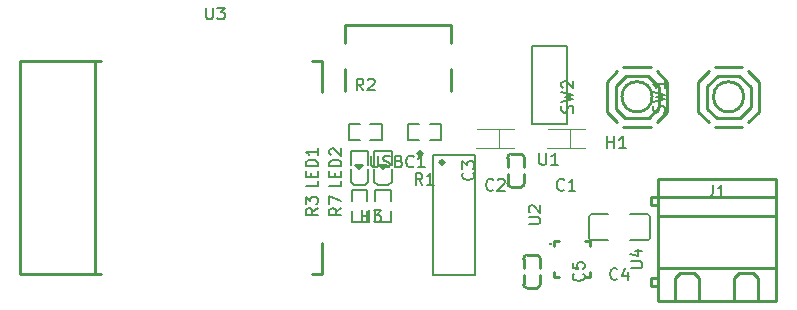
<source format=gto>
G04 #@! TF.GenerationSoftware,KiCad,Pcbnew,8.0.7-8.0.7-0~ubuntu22.04.1*
G04 #@! TF.CreationDate,2024-12-31T16:15:11+01:00*
G04 #@! TF.ProjectId,kicad_makespace_tutorial,6b696361-645f-46d6-916b-657370616365,rev?*
G04 #@! TF.SameCoordinates,Original*
G04 #@! TF.FileFunction,Legend,Top*
G04 #@! TF.FilePolarity,Positive*
%FSLAX46Y46*%
G04 Gerber Fmt 4.6, Leading zero omitted, Abs format (unit mm)*
G04 Created by KiCad (PCBNEW 8.0.7-8.0.7-0~ubuntu22.04.1) date 2024-12-31 16:15:11*
%MOMM*%
%LPD*%
G01*
G04 APERTURE LIST*
%ADD10C,0.150000*%
%ADD11C,0.250000*%
%ADD12C,0.080000*%
%ADD13C,0.300000*%
G04 APERTURE END LIST*
D10*
X58916666Y-12454819D02*
X58916666Y-13169104D01*
X58916666Y-13169104D02*
X58869047Y-13311961D01*
X58869047Y-13311961D02*
X58773809Y-13407200D01*
X58773809Y-13407200D02*
X58630952Y-13454819D01*
X58630952Y-13454819D02*
X58535714Y-13454819D01*
X59916666Y-13454819D02*
X59345238Y-13454819D01*
X59630952Y-13454819D02*
X59630952Y-12454819D01*
X59630952Y-12454819D02*
X59535714Y-12597676D01*
X59535714Y-12597676D02*
X59440476Y-12692914D01*
X59440476Y-12692914D02*
X59345238Y-12740533D01*
X27454819Y-14416666D02*
X26978628Y-14749999D01*
X27454819Y-14988094D02*
X26454819Y-14988094D01*
X26454819Y-14988094D02*
X26454819Y-14607142D01*
X26454819Y-14607142D02*
X26502438Y-14511904D01*
X26502438Y-14511904D02*
X26550057Y-14464285D01*
X26550057Y-14464285D02*
X26645295Y-14416666D01*
X26645295Y-14416666D02*
X26788152Y-14416666D01*
X26788152Y-14416666D02*
X26883390Y-14464285D01*
X26883390Y-14464285D02*
X26931009Y-14511904D01*
X26931009Y-14511904D02*
X26978628Y-14607142D01*
X26978628Y-14607142D02*
X26978628Y-14988094D01*
X26454819Y-14083332D02*
X26454819Y-13416666D01*
X26454819Y-13416666D02*
X27454819Y-13845237D01*
X49988095Y-9354819D02*
X49988095Y-8354819D01*
X49988095Y-8831009D02*
X50559523Y-8831009D01*
X50559523Y-9354819D02*
X50559523Y-8354819D01*
X51559523Y-9354819D02*
X50988095Y-9354819D01*
X51273809Y-9354819D02*
X51273809Y-8354819D01*
X51273809Y-8354819D02*
X51178571Y-8497676D01*
X51178571Y-8497676D02*
X51083333Y-8592914D01*
X51083333Y-8592914D02*
X50988095Y-8640533D01*
X54807200Y-6333332D02*
X54854819Y-6190475D01*
X54854819Y-6190475D02*
X54854819Y-5952380D01*
X54854819Y-5952380D02*
X54807200Y-5857142D01*
X54807200Y-5857142D02*
X54759580Y-5809523D01*
X54759580Y-5809523D02*
X54664342Y-5761904D01*
X54664342Y-5761904D02*
X54569104Y-5761904D01*
X54569104Y-5761904D02*
X54473866Y-5809523D01*
X54473866Y-5809523D02*
X54426247Y-5857142D01*
X54426247Y-5857142D02*
X54378628Y-5952380D01*
X54378628Y-5952380D02*
X54331009Y-6142856D01*
X54331009Y-6142856D02*
X54283390Y-6238094D01*
X54283390Y-6238094D02*
X54235771Y-6285713D01*
X54235771Y-6285713D02*
X54140533Y-6333332D01*
X54140533Y-6333332D02*
X54045295Y-6333332D01*
X54045295Y-6333332D02*
X53950057Y-6285713D01*
X53950057Y-6285713D02*
X53902438Y-6238094D01*
X53902438Y-6238094D02*
X53854819Y-6142856D01*
X53854819Y-6142856D02*
X53854819Y-5904761D01*
X53854819Y-5904761D02*
X53902438Y-5761904D01*
X53854819Y-5428570D02*
X54854819Y-5190475D01*
X54854819Y-5190475D02*
X54140533Y-4999999D01*
X54140533Y-4999999D02*
X54854819Y-4809523D01*
X54854819Y-4809523D02*
X53854819Y-4571428D01*
X54854819Y-3666666D02*
X54854819Y-4238094D01*
X54854819Y-3952380D02*
X53854819Y-3952380D01*
X53854819Y-3952380D02*
X53997676Y-4047618D01*
X53997676Y-4047618D02*
X54092914Y-4142856D01*
X54092914Y-4142856D02*
X54140533Y-4238094D01*
X16015595Y2545181D02*
X16015595Y1735658D01*
X16015595Y1735658D02*
X16063214Y1640420D01*
X16063214Y1640420D02*
X16110833Y1592800D01*
X16110833Y1592800D02*
X16206071Y1545181D01*
X16206071Y1545181D02*
X16396547Y1545181D01*
X16396547Y1545181D02*
X16491785Y1592800D01*
X16491785Y1592800D02*
X16539404Y1640420D01*
X16539404Y1640420D02*
X16587023Y1735658D01*
X16587023Y1735658D02*
X16587023Y2545181D01*
X16967976Y2545181D02*
X17587023Y2545181D01*
X17587023Y2545181D02*
X17253690Y2164229D01*
X17253690Y2164229D02*
X17396547Y2164229D01*
X17396547Y2164229D02*
X17491785Y2116610D01*
X17491785Y2116610D02*
X17539404Y2068991D01*
X17539404Y2068991D02*
X17587023Y1973753D01*
X17587023Y1973753D02*
X17587023Y1735658D01*
X17587023Y1735658D02*
X17539404Y1640420D01*
X17539404Y1640420D02*
X17491785Y1592800D01*
X17491785Y1592800D02*
X17396547Y1545181D01*
X17396547Y1545181D02*
X17110833Y1545181D01*
X17110833Y1545181D02*
X17015595Y1592800D01*
X17015595Y1592800D02*
X16967976Y1640420D01*
X38609580Y-11416666D02*
X38657200Y-11464285D01*
X38657200Y-11464285D02*
X38704819Y-11607142D01*
X38704819Y-11607142D02*
X38704819Y-11702380D01*
X38704819Y-11702380D02*
X38657200Y-11845237D01*
X38657200Y-11845237D02*
X38561961Y-11940475D01*
X38561961Y-11940475D02*
X38466723Y-11988094D01*
X38466723Y-11988094D02*
X38276247Y-12035713D01*
X38276247Y-12035713D02*
X38133390Y-12035713D01*
X38133390Y-12035713D02*
X37942914Y-11988094D01*
X37942914Y-11988094D02*
X37847676Y-11940475D01*
X37847676Y-11940475D02*
X37752438Y-11845237D01*
X37752438Y-11845237D02*
X37704819Y-11702380D01*
X37704819Y-11702380D02*
X37704819Y-11607142D01*
X37704819Y-11607142D02*
X37752438Y-11464285D01*
X37752438Y-11464285D02*
X37800057Y-11416666D01*
X37704819Y-11083332D02*
X37704819Y-10464285D01*
X37704819Y-10464285D02*
X38085771Y-10797618D01*
X38085771Y-10797618D02*
X38085771Y-10654761D01*
X38085771Y-10654761D02*
X38133390Y-10559523D01*
X38133390Y-10559523D02*
X38181009Y-10511904D01*
X38181009Y-10511904D02*
X38276247Y-10464285D01*
X38276247Y-10464285D02*
X38514342Y-10464285D01*
X38514342Y-10464285D02*
X38609580Y-10511904D01*
X38609580Y-10511904D02*
X38657200Y-10559523D01*
X38657200Y-10559523D02*
X38704819Y-10654761D01*
X38704819Y-10654761D02*
X38704819Y-10940475D01*
X38704819Y-10940475D02*
X38657200Y-11035713D01*
X38657200Y-11035713D02*
X38609580Y-11083332D01*
X50843333Y-20409580D02*
X50795714Y-20457200D01*
X50795714Y-20457200D02*
X50652857Y-20504819D01*
X50652857Y-20504819D02*
X50557619Y-20504819D01*
X50557619Y-20504819D02*
X50414762Y-20457200D01*
X50414762Y-20457200D02*
X50319524Y-20361961D01*
X50319524Y-20361961D02*
X50271905Y-20266723D01*
X50271905Y-20266723D02*
X50224286Y-20076247D01*
X50224286Y-20076247D02*
X50224286Y-19933390D01*
X50224286Y-19933390D02*
X50271905Y-19742914D01*
X50271905Y-19742914D02*
X50319524Y-19647676D01*
X50319524Y-19647676D02*
X50414762Y-19552438D01*
X50414762Y-19552438D02*
X50557619Y-19504819D01*
X50557619Y-19504819D02*
X50652857Y-19504819D01*
X50652857Y-19504819D02*
X50795714Y-19552438D01*
X50795714Y-19552438D02*
X50843333Y-19600057D01*
X51700476Y-19838152D02*
X51700476Y-20504819D01*
X51462381Y-19457200D02*
X51224286Y-20171485D01*
X51224286Y-20171485D02*
X51843333Y-20171485D01*
X25454819Y-14416666D02*
X24978628Y-14749999D01*
X25454819Y-14988094D02*
X24454819Y-14988094D01*
X24454819Y-14988094D02*
X24454819Y-14607142D01*
X24454819Y-14607142D02*
X24502438Y-14511904D01*
X24502438Y-14511904D02*
X24550057Y-14464285D01*
X24550057Y-14464285D02*
X24645295Y-14416666D01*
X24645295Y-14416666D02*
X24788152Y-14416666D01*
X24788152Y-14416666D02*
X24883390Y-14464285D01*
X24883390Y-14464285D02*
X24931009Y-14511904D01*
X24931009Y-14511904D02*
X24978628Y-14607142D01*
X24978628Y-14607142D02*
X24978628Y-14988094D01*
X24454819Y-14083332D02*
X24454819Y-13464285D01*
X24454819Y-13464285D02*
X24835771Y-13797618D01*
X24835771Y-13797618D02*
X24835771Y-13654761D01*
X24835771Y-13654761D02*
X24883390Y-13559523D01*
X24883390Y-13559523D02*
X24931009Y-13511904D01*
X24931009Y-13511904D02*
X25026247Y-13464285D01*
X25026247Y-13464285D02*
X25264342Y-13464285D01*
X25264342Y-13464285D02*
X25359580Y-13511904D01*
X25359580Y-13511904D02*
X25407200Y-13559523D01*
X25407200Y-13559523D02*
X25454819Y-13654761D01*
X25454819Y-13654761D02*
X25454819Y-13940475D01*
X25454819Y-13940475D02*
X25407200Y-14035713D01*
X25407200Y-14035713D02*
X25359580Y-14083332D01*
X34333333Y-12454819D02*
X34000000Y-11978628D01*
X33761905Y-12454819D02*
X33761905Y-11454819D01*
X33761905Y-11454819D02*
X34142857Y-11454819D01*
X34142857Y-11454819D02*
X34238095Y-11502438D01*
X34238095Y-11502438D02*
X34285714Y-11550057D01*
X34285714Y-11550057D02*
X34333333Y-11645295D01*
X34333333Y-11645295D02*
X34333333Y-11788152D01*
X34333333Y-11788152D02*
X34285714Y-11883390D01*
X34285714Y-11883390D02*
X34238095Y-11931009D01*
X34238095Y-11931009D02*
X34142857Y-11978628D01*
X34142857Y-11978628D02*
X33761905Y-11978628D01*
X35285714Y-12454819D02*
X34714286Y-12454819D01*
X35000000Y-12454819D02*
X35000000Y-11454819D01*
X35000000Y-11454819D02*
X34904762Y-11597676D01*
X34904762Y-11597676D02*
X34809524Y-11692914D01*
X34809524Y-11692914D02*
X34714286Y-11740533D01*
X29333333Y-4454819D02*
X29000000Y-3978628D01*
X28761905Y-4454819D02*
X28761905Y-3454819D01*
X28761905Y-3454819D02*
X29142857Y-3454819D01*
X29142857Y-3454819D02*
X29238095Y-3502438D01*
X29238095Y-3502438D02*
X29285714Y-3550057D01*
X29285714Y-3550057D02*
X29333333Y-3645295D01*
X29333333Y-3645295D02*
X29333333Y-3788152D01*
X29333333Y-3788152D02*
X29285714Y-3883390D01*
X29285714Y-3883390D02*
X29238095Y-3931009D01*
X29238095Y-3931009D02*
X29142857Y-3978628D01*
X29142857Y-3978628D02*
X28761905Y-3978628D01*
X29714286Y-3550057D02*
X29761905Y-3502438D01*
X29761905Y-3502438D02*
X29857143Y-3454819D01*
X29857143Y-3454819D02*
X30095238Y-3454819D01*
X30095238Y-3454819D02*
X30190476Y-3502438D01*
X30190476Y-3502438D02*
X30238095Y-3550057D01*
X30238095Y-3550057D02*
X30285714Y-3645295D01*
X30285714Y-3645295D02*
X30285714Y-3740533D01*
X30285714Y-3740533D02*
X30238095Y-3883390D01*
X30238095Y-3883390D02*
X29666667Y-4454819D01*
X29666667Y-4454819D02*
X30285714Y-4454819D01*
X27454819Y-12119047D02*
X27454819Y-12595237D01*
X27454819Y-12595237D02*
X26454819Y-12595237D01*
X26931009Y-11785713D02*
X26931009Y-11452380D01*
X27454819Y-11309523D02*
X27454819Y-11785713D01*
X27454819Y-11785713D02*
X26454819Y-11785713D01*
X26454819Y-11785713D02*
X26454819Y-11309523D01*
X27454819Y-10880951D02*
X26454819Y-10880951D01*
X26454819Y-10880951D02*
X26454819Y-10642856D01*
X26454819Y-10642856D02*
X26502438Y-10499999D01*
X26502438Y-10499999D02*
X26597676Y-10404761D01*
X26597676Y-10404761D02*
X26692914Y-10357142D01*
X26692914Y-10357142D02*
X26883390Y-10309523D01*
X26883390Y-10309523D02*
X27026247Y-10309523D01*
X27026247Y-10309523D02*
X27216723Y-10357142D01*
X27216723Y-10357142D02*
X27311961Y-10404761D01*
X27311961Y-10404761D02*
X27407200Y-10499999D01*
X27407200Y-10499999D02*
X27454819Y-10642856D01*
X27454819Y-10642856D02*
X27454819Y-10880951D01*
X26550057Y-9928570D02*
X26502438Y-9880951D01*
X26502438Y-9880951D02*
X26454819Y-9785713D01*
X26454819Y-9785713D02*
X26454819Y-9547618D01*
X26454819Y-9547618D02*
X26502438Y-9452380D01*
X26502438Y-9452380D02*
X26550057Y-9404761D01*
X26550057Y-9404761D02*
X26645295Y-9357142D01*
X26645295Y-9357142D02*
X26740533Y-9357142D01*
X26740533Y-9357142D02*
X26883390Y-9404761D01*
X26883390Y-9404761D02*
X27454819Y-9976189D01*
X27454819Y-9976189D02*
X27454819Y-9357142D01*
X46333333Y-12859580D02*
X46285714Y-12907200D01*
X46285714Y-12907200D02*
X46142857Y-12954819D01*
X46142857Y-12954819D02*
X46047619Y-12954819D01*
X46047619Y-12954819D02*
X45904762Y-12907200D01*
X45904762Y-12907200D02*
X45809524Y-12811961D01*
X45809524Y-12811961D02*
X45761905Y-12716723D01*
X45761905Y-12716723D02*
X45714286Y-12526247D01*
X45714286Y-12526247D02*
X45714286Y-12383390D01*
X45714286Y-12383390D02*
X45761905Y-12192914D01*
X45761905Y-12192914D02*
X45809524Y-12097676D01*
X45809524Y-12097676D02*
X45904762Y-12002438D01*
X45904762Y-12002438D02*
X46047619Y-11954819D01*
X46047619Y-11954819D02*
X46142857Y-11954819D01*
X46142857Y-11954819D02*
X46285714Y-12002438D01*
X46285714Y-12002438D02*
X46333333Y-12050057D01*
X47285714Y-12954819D02*
X46714286Y-12954819D01*
X47000000Y-12954819D02*
X47000000Y-11954819D01*
X47000000Y-11954819D02*
X46904762Y-12097676D01*
X46904762Y-12097676D02*
X46809524Y-12192914D01*
X46809524Y-12192914D02*
X46714286Y-12240533D01*
X44238095Y-9754819D02*
X44238095Y-10564342D01*
X44238095Y-10564342D02*
X44285714Y-10659580D01*
X44285714Y-10659580D02*
X44333333Y-10707200D01*
X44333333Y-10707200D02*
X44428571Y-10754819D01*
X44428571Y-10754819D02*
X44619047Y-10754819D01*
X44619047Y-10754819D02*
X44714285Y-10707200D01*
X44714285Y-10707200D02*
X44761904Y-10659580D01*
X44761904Y-10659580D02*
X44809523Y-10564342D01*
X44809523Y-10564342D02*
X44809523Y-9754819D01*
X45809523Y-10754819D02*
X45238095Y-10754819D01*
X45523809Y-10754819D02*
X45523809Y-9754819D01*
X45523809Y-9754819D02*
X45428571Y-9897676D01*
X45428571Y-9897676D02*
X45333333Y-9992914D01*
X45333333Y-9992914D02*
X45238095Y-10040533D01*
X30011905Y-9977319D02*
X30011905Y-10786842D01*
X30011905Y-10786842D02*
X30059524Y-10882080D01*
X30059524Y-10882080D02*
X30107143Y-10929700D01*
X30107143Y-10929700D02*
X30202381Y-10977319D01*
X30202381Y-10977319D02*
X30392857Y-10977319D01*
X30392857Y-10977319D02*
X30488095Y-10929700D01*
X30488095Y-10929700D02*
X30535714Y-10882080D01*
X30535714Y-10882080D02*
X30583333Y-10786842D01*
X30583333Y-10786842D02*
X30583333Y-9977319D01*
X31011905Y-10929700D02*
X31154762Y-10977319D01*
X31154762Y-10977319D02*
X31392857Y-10977319D01*
X31392857Y-10977319D02*
X31488095Y-10929700D01*
X31488095Y-10929700D02*
X31535714Y-10882080D01*
X31535714Y-10882080D02*
X31583333Y-10786842D01*
X31583333Y-10786842D02*
X31583333Y-10691604D01*
X31583333Y-10691604D02*
X31535714Y-10596366D01*
X31535714Y-10596366D02*
X31488095Y-10548747D01*
X31488095Y-10548747D02*
X31392857Y-10501128D01*
X31392857Y-10501128D02*
X31202381Y-10453509D01*
X31202381Y-10453509D02*
X31107143Y-10405890D01*
X31107143Y-10405890D02*
X31059524Y-10358271D01*
X31059524Y-10358271D02*
X31011905Y-10263033D01*
X31011905Y-10263033D02*
X31011905Y-10167795D01*
X31011905Y-10167795D02*
X31059524Y-10072557D01*
X31059524Y-10072557D02*
X31107143Y-10024938D01*
X31107143Y-10024938D02*
X31202381Y-9977319D01*
X31202381Y-9977319D02*
X31440476Y-9977319D01*
X31440476Y-9977319D02*
X31583333Y-10024938D01*
X32345238Y-10453509D02*
X32488095Y-10501128D01*
X32488095Y-10501128D02*
X32535714Y-10548747D01*
X32535714Y-10548747D02*
X32583333Y-10643985D01*
X32583333Y-10643985D02*
X32583333Y-10786842D01*
X32583333Y-10786842D02*
X32535714Y-10882080D01*
X32535714Y-10882080D02*
X32488095Y-10929700D01*
X32488095Y-10929700D02*
X32392857Y-10977319D01*
X32392857Y-10977319D02*
X32011905Y-10977319D01*
X32011905Y-10977319D02*
X32011905Y-9977319D01*
X32011905Y-9977319D02*
X32345238Y-9977319D01*
X32345238Y-9977319D02*
X32440476Y-10024938D01*
X32440476Y-10024938D02*
X32488095Y-10072557D01*
X32488095Y-10072557D02*
X32535714Y-10167795D01*
X32535714Y-10167795D02*
X32535714Y-10263033D01*
X32535714Y-10263033D02*
X32488095Y-10358271D01*
X32488095Y-10358271D02*
X32440476Y-10405890D01*
X32440476Y-10405890D02*
X32345238Y-10453509D01*
X32345238Y-10453509D02*
X32011905Y-10453509D01*
X33583333Y-10882080D02*
X33535714Y-10929700D01*
X33535714Y-10929700D02*
X33392857Y-10977319D01*
X33392857Y-10977319D02*
X33297619Y-10977319D01*
X33297619Y-10977319D02*
X33154762Y-10929700D01*
X33154762Y-10929700D02*
X33059524Y-10834461D01*
X33059524Y-10834461D02*
X33011905Y-10739223D01*
X33011905Y-10739223D02*
X32964286Y-10548747D01*
X32964286Y-10548747D02*
X32964286Y-10405890D01*
X32964286Y-10405890D02*
X33011905Y-10215414D01*
X33011905Y-10215414D02*
X33059524Y-10120176D01*
X33059524Y-10120176D02*
X33154762Y-10024938D01*
X33154762Y-10024938D02*
X33297619Y-9977319D01*
X33297619Y-9977319D02*
X33392857Y-9977319D01*
X33392857Y-9977319D02*
X33535714Y-10024938D01*
X33535714Y-10024938D02*
X33583333Y-10072557D01*
X34535714Y-10977319D02*
X33964286Y-10977319D01*
X34250000Y-10977319D02*
X34250000Y-9977319D01*
X34250000Y-9977319D02*
X34154762Y-10120176D01*
X34154762Y-10120176D02*
X34059524Y-10215414D01*
X34059524Y-10215414D02*
X33964286Y-10263033D01*
X43324819Y-15761904D02*
X44134342Y-15761904D01*
X44134342Y-15761904D02*
X44229580Y-15714285D01*
X44229580Y-15714285D02*
X44277200Y-15666666D01*
X44277200Y-15666666D02*
X44324819Y-15571428D01*
X44324819Y-15571428D02*
X44324819Y-15380952D01*
X44324819Y-15380952D02*
X44277200Y-15285714D01*
X44277200Y-15285714D02*
X44229580Y-15238095D01*
X44229580Y-15238095D02*
X44134342Y-15190476D01*
X44134342Y-15190476D02*
X43324819Y-15190476D01*
X43420057Y-14761904D02*
X43372438Y-14714285D01*
X43372438Y-14714285D02*
X43324819Y-14619047D01*
X43324819Y-14619047D02*
X43324819Y-14380952D01*
X43324819Y-14380952D02*
X43372438Y-14285714D01*
X43372438Y-14285714D02*
X43420057Y-14238095D01*
X43420057Y-14238095D02*
X43515295Y-14190476D01*
X43515295Y-14190476D02*
X43610533Y-14190476D01*
X43610533Y-14190476D02*
X43753390Y-14238095D01*
X43753390Y-14238095D02*
X44324819Y-14809523D01*
X44324819Y-14809523D02*
X44324819Y-14190476D01*
X29238095Y-15604819D02*
X29238095Y-14604819D01*
X29238095Y-15081009D02*
X29809523Y-15081009D01*
X29809523Y-15604819D02*
X29809523Y-14604819D01*
X30190476Y-14604819D02*
X30809523Y-14604819D01*
X30809523Y-14604819D02*
X30476190Y-14985771D01*
X30476190Y-14985771D02*
X30619047Y-14985771D01*
X30619047Y-14985771D02*
X30714285Y-15033390D01*
X30714285Y-15033390D02*
X30761904Y-15081009D01*
X30761904Y-15081009D02*
X30809523Y-15176247D01*
X30809523Y-15176247D02*
X30809523Y-15414342D01*
X30809523Y-15414342D02*
X30761904Y-15509580D01*
X30761904Y-15509580D02*
X30714285Y-15557200D01*
X30714285Y-15557200D02*
X30619047Y-15604819D01*
X30619047Y-15604819D02*
X30333333Y-15604819D01*
X30333333Y-15604819D02*
X30238095Y-15557200D01*
X30238095Y-15557200D02*
X30190476Y-15509580D01*
X25454819Y-12119047D02*
X25454819Y-12595237D01*
X25454819Y-12595237D02*
X24454819Y-12595237D01*
X24931009Y-11785713D02*
X24931009Y-11452380D01*
X25454819Y-11309523D02*
X25454819Y-11785713D01*
X25454819Y-11785713D02*
X24454819Y-11785713D01*
X24454819Y-11785713D02*
X24454819Y-11309523D01*
X25454819Y-10880951D02*
X24454819Y-10880951D01*
X24454819Y-10880951D02*
X24454819Y-10642856D01*
X24454819Y-10642856D02*
X24502438Y-10499999D01*
X24502438Y-10499999D02*
X24597676Y-10404761D01*
X24597676Y-10404761D02*
X24692914Y-10357142D01*
X24692914Y-10357142D02*
X24883390Y-10309523D01*
X24883390Y-10309523D02*
X25026247Y-10309523D01*
X25026247Y-10309523D02*
X25216723Y-10357142D01*
X25216723Y-10357142D02*
X25311961Y-10404761D01*
X25311961Y-10404761D02*
X25407200Y-10499999D01*
X25407200Y-10499999D02*
X25454819Y-10642856D01*
X25454819Y-10642856D02*
X25454819Y-10880951D01*
X25454819Y-9357142D02*
X25454819Y-9928570D01*
X25454819Y-9642856D02*
X24454819Y-9642856D01*
X24454819Y-9642856D02*
X24597676Y-9738094D01*
X24597676Y-9738094D02*
X24692914Y-9833332D01*
X24692914Y-9833332D02*
X24740533Y-9928570D01*
X47057200Y-6333332D02*
X47104819Y-6190475D01*
X47104819Y-6190475D02*
X47104819Y-5952380D01*
X47104819Y-5952380D02*
X47057200Y-5857142D01*
X47057200Y-5857142D02*
X47009580Y-5809523D01*
X47009580Y-5809523D02*
X46914342Y-5761904D01*
X46914342Y-5761904D02*
X46819104Y-5761904D01*
X46819104Y-5761904D02*
X46723866Y-5809523D01*
X46723866Y-5809523D02*
X46676247Y-5857142D01*
X46676247Y-5857142D02*
X46628628Y-5952380D01*
X46628628Y-5952380D02*
X46581009Y-6142856D01*
X46581009Y-6142856D02*
X46533390Y-6238094D01*
X46533390Y-6238094D02*
X46485771Y-6285713D01*
X46485771Y-6285713D02*
X46390533Y-6333332D01*
X46390533Y-6333332D02*
X46295295Y-6333332D01*
X46295295Y-6333332D02*
X46200057Y-6285713D01*
X46200057Y-6285713D02*
X46152438Y-6238094D01*
X46152438Y-6238094D02*
X46104819Y-6142856D01*
X46104819Y-6142856D02*
X46104819Y-5904761D01*
X46104819Y-5904761D02*
X46152438Y-5761904D01*
X46104819Y-5428570D02*
X47104819Y-5190475D01*
X47104819Y-5190475D02*
X46390533Y-4999999D01*
X46390533Y-4999999D02*
X47104819Y-4809523D01*
X47104819Y-4809523D02*
X46104819Y-4571428D01*
X46200057Y-4238094D02*
X46152438Y-4190475D01*
X46152438Y-4190475D02*
X46104819Y-4095237D01*
X46104819Y-4095237D02*
X46104819Y-3857142D01*
X46104819Y-3857142D02*
X46152438Y-3761904D01*
X46152438Y-3761904D02*
X46200057Y-3714285D01*
X46200057Y-3714285D02*
X46295295Y-3666666D01*
X46295295Y-3666666D02*
X46390533Y-3666666D01*
X46390533Y-3666666D02*
X46533390Y-3714285D01*
X46533390Y-3714285D02*
X47104819Y-4285713D01*
X47104819Y-4285713D02*
X47104819Y-3666666D01*
X51954819Y-19511904D02*
X52764342Y-19511904D01*
X52764342Y-19511904D02*
X52859580Y-19464285D01*
X52859580Y-19464285D02*
X52907200Y-19416666D01*
X52907200Y-19416666D02*
X52954819Y-19321428D01*
X52954819Y-19321428D02*
X52954819Y-19130952D01*
X52954819Y-19130952D02*
X52907200Y-19035714D01*
X52907200Y-19035714D02*
X52859580Y-18988095D01*
X52859580Y-18988095D02*
X52764342Y-18940476D01*
X52764342Y-18940476D02*
X51954819Y-18940476D01*
X52288152Y-18035714D02*
X52954819Y-18035714D01*
X51907200Y-18273809D02*
X52621485Y-18511904D01*
X52621485Y-18511904D02*
X52621485Y-17892857D01*
X40333333Y-12859580D02*
X40285714Y-12907200D01*
X40285714Y-12907200D02*
X40142857Y-12954819D01*
X40142857Y-12954819D02*
X40047619Y-12954819D01*
X40047619Y-12954819D02*
X39904762Y-12907200D01*
X39904762Y-12907200D02*
X39809524Y-12811961D01*
X39809524Y-12811961D02*
X39761905Y-12716723D01*
X39761905Y-12716723D02*
X39714286Y-12526247D01*
X39714286Y-12526247D02*
X39714286Y-12383390D01*
X39714286Y-12383390D02*
X39761905Y-12192914D01*
X39761905Y-12192914D02*
X39809524Y-12097676D01*
X39809524Y-12097676D02*
X39904762Y-12002438D01*
X39904762Y-12002438D02*
X40047619Y-11954819D01*
X40047619Y-11954819D02*
X40142857Y-11954819D01*
X40142857Y-11954819D02*
X40285714Y-12002438D01*
X40285714Y-12002438D02*
X40333333Y-12050057D01*
X40714286Y-12050057D02*
X40761905Y-12002438D01*
X40761905Y-12002438D02*
X40857143Y-11954819D01*
X40857143Y-11954819D02*
X41095238Y-11954819D01*
X41095238Y-11954819D02*
X41190476Y-12002438D01*
X41190476Y-12002438D02*
X41238095Y-12050057D01*
X41238095Y-12050057D02*
X41285714Y-12145295D01*
X41285714Y-12145295D02*
X41285714Y-12240533D01*
X41285714Y-12240533D02*
X41238095Y-12383390D01*
X41238095Y-12383390D02*
X40666667Y-12954819D01*
X40666667Y-12954819D02*
X41285714Y-12954819D01*
X47959580Y-19966666D02*
X48007200Y-20014285D01*
X48007200Y-20014285D02*
X48054819Y-20157142D01*
X48054819Y-20157142D02*
X48054819Y-20252380D01*
X48054819Y-20252380D02*
X48007200Y-20395237D01*
X48007200Y-20395237D02*
X47911961Y-20490475D01*
X47911961Y-20490475D02*
X47816723Y-20538094D01*
X47816723Y-20538094D02*
X47626247Y-20585713D01*
X47626247Y-20585713D02*
X47483390Y-20585713D01*
X47483390Y-20585713D02*
X47292914Y-20538094D01*
X47292914Y-20538094D02*
X47197676Y-20490475D01*
X47197676Y-20490475D02*
X47102438Y-20395237D01*
X47102438Y-20395237D02*
X47054819Y-20252380D01*
X47054819Y-20252380D02*
X47054819Y-20157142D01*
X47054819Y-20157142D02*
X47102438Y-20014285D01*
X47102438Y-20014285D02*
X47150057Y-19966666D01*
X47054819Y-19061904D02*
X47054819Y-19538094D01*
X47054819Y-19538094D02*
X47531009Y-19585713D01*
X47531009Y-19585713D02*
X47483390Y-19538094D01*
X47483390Y-19538094D02*
X47435771Y-19442856D01*
X47435771Y-19442856D02*
X47435771Y-19204761D01*
X47435771Y-19204761D02*
X47483390Y-19109523D01*
X47483390Y-19109523D02*
X47531009Y-19061904D01*
X47531009Y-19061904D02*
X47626247Y-19014285D01*
X47626247Y-19014285D02*
X47864342Y-19014285D01*
X47864342Y-19014285D02*
X47959580Y-19061904D01*
X47959580Y-19061904D02*
X48007200Y-19109523D01*
X48007200Y-19109523D02*
X48054819Y-19204761D01*
X48054819Y-19204761D02*
X48054819Y-19442856D01*
X48054819Y-19442856D02*
X48007200Y-19538094D01*
X48007200Y-19538094D02*
X47959580Y-19585713D01*
D11*
G04 #@! TO.C,J1*
X53700000Y-13480000D02*
X53700000Y-14190000D01*
X53700000Y-14190000D02*
X54300000Y-14190000D01*
X53700000Y-20340000D02*
X53700000Y-21050000D01*
X53700000Y-21050000D02*
X54300000Y-21050000D01*
X54300000Y-12000000D02*
X64300000Y-12000000D01*
X54300000Y-13460000D02*
X64300000Y-13460000D01*
X54300000Y-13480000D02*
X53700000Y-13480000D01*
X54300000Y-15110000D02*
X64300000Y-15110000D01*
X54300000Y-19490000D02*
X64300000Y-19490000D01*
X54300000Y-20340000D02*
X53700000Y-20340000D01*
X54300000Y-22300000D02*
X54300000Y-12000000D01*
X55730000Y-20360000D02*
X56150000Y-19930000D01*
X55730000Y-22300000D02*
X55730000Y-20360000D01*
X56150000Y-19930000D02*
X57350000Y-19930000D01*
X57350000Y-19930000D02*
X57350000Y-19930000D01*
X57350000Y-19930000D02*
X57750000Y-20330000D01*
X57750000Y-20330000D02*
X57750000Y-22300000D01*
X60730000Y-20360000D02*
X61160000Y-19930000D01*
X60730000Y-22300000D02*
X60730000Y-20360000D01*
X61160000Y-19930000D02*
X62360000Y-19930000D01*
X62360000Y-19930000D02*
X62360000Y-19930000D01*
X62360000Y-19930000D02*
X62760000Y-20330000D01*
X62760000Y-20330000D02*
X62760000Y-22300000D01*
X64300000Y-12000000D02*
X64300000Y-22300000D01*
X64300000Y-22300000D02*
X54310000Y-22300000D01*
D10*
G04 #@! TO.C,R7*
X30340000Y-12860000D02*
X30340000Y-13820000D01*
X30340000Y-15640000D02*
X30340000Y-14680000D01*
X31660000Y-12860000D02*
X30340000Y-12860000D01*
X31660000Y-13820000D02*
X31660000Y-12860000D01*
X31660000Y-14680000D02*
X31660000Y-15640000D01*
X31660000Y-15640000D02*
X30340000Y-15640000D01*
D11*
G04 #@! TO.C,SW1*
X57700000Y-3720000D02*
X58590000Y-2830000D01*
X57700000Y-6280000D02*
X57700000Y-3720000D01*
X57700000Y-6280000D02*
X58590000Y-7170000D01*
X58450000Y-4100000D02*
X59350000Y-3200000D01*
X58450000Y-6000000D02*
X58450000Y-4100000D01*
X59080000Y-2450000D02*
X61420000Y-2450000D01*
X59080000Y-7550000D02*
X61420000Y-7550000D01*
X59250000Y-6800000D02*
X58450000Y-6000000D01*
X59350000Y-3200000D02*
X61150000Y-3200000D01*
X61150000Y-3200000D02*
X62150000Y-4200000D01*
X61250000Y-6800000D02*
X59250000Y-6800000D01*
X61910000Y-2830000D02*
X62800000Y-3720000D01*
X61910000Y-7170000D02*
X62800000Y-6280000D01*
X62150000Y-4200000D02*
X62150000Y-5900000D01*
X62150000Y-5900000D02*
X61250000Y-6800000D01*
X62800000Y-6280000D02*
X62800000Y-3720000D01*
X61530000Y-5000000D02*
G75*
G02*
X58970000Y-5000000I-1280000J0D01*
G01*
X58970000Y-5000000D02*
G75*
G02*
X61530000Y-5000000I1280000J0D01*
G01*
G04 #@! TO.C,U3*
X297500Y-2000000D02*
X297500Y-20000000D01*
X297500Y-2000000D02*
X6757500Y-2000000D01*
X297500Y-20000000D02*
X6747500Y-20000000D01*
X6577500Y-2000000D02*
X6577500Y-20000000D01*
X6577500Y-20000000D02*
X7087500Y-20000000D01*
X7087500Y-1980000D02*
X6577500Y-1980000D01*
X24957500Y-20000000D02*
X25797500Y-20000000D01*
X25797500Y-1980000D02*
X24957500Y-1980000D01*
X25797500Y-4600000D02*
X25797500Y-1980000D01*
X25797500Y-20000000D02*
X25797500Y-17400000D01*
G04 #@! TO.C,C3*
X41540000Y-10970000D02*
X41540000Y-10170000D01*
X41540000Y-11530000D02*
X41540000Y-12330000D01*
X41850000Y-9860000D02*
X42650000Y-9860000D01*
X42650000Y-12640000D02*
X41850000Y-12640000D01*
X42960000Y-10970000D02*
X42960000Y-10170000D01*
X42960000Y-11530000D02*
X42960000Y-12330000D01*
X41540000Y-10170000D02*
G75*
G02*
X41850000Y-9860000I310000J0D01*
G01*
X41850000Y-12640000D02*
G75*
G02*
X41540000Y-12330000I0J310000D01*
G01*
X42650000Y-9860000D02*
G75*
G02*
X42960000Y-10170000I0J-310000D01*
G01*
X42960000Y-12330000D02*
G75*
G02*
X42650000Y-12640000I-310000J0D01*
G01*
D10*
G04 #@! TO.C,C4*
X48450000Y-15110000D02*
X48450000Y-16990000D01*
X48600000Y-17140000D02*
X50080000Y-17140000D01*
X50080000Y-14960000D02*
X48600000Y-14960000D01*
X51940000Y-14960000D02*
X53420000Y-14960000D01*
X53420000Y-17140000D02*
X51940000Y-17140000D01*
X53570000Y-15110000D02*
X53570000Y-16990000D01*
X48450000Y-15110000D02*
G75*
G02*
X48600000Y-14960000I150000J0D01*
G01*
X48600000Y-17140000D02*
G75*
G02*
X48450000Y-16990000I0J150000D01*
G01*
X53420000Y-14960000D02*
G75*
G02*
X53570000Y-15110000I0J-150000D01*
G01*
X53570000Y-16990000D02*
G75*
G02*
X53420000Y-17140000I-150000J0D01*
G01*
G04 #@! TO.C,R3*
X28340000Y-12860000D02*
X28340000Y-13820000D01*
X28340000Y-15640000D02*
X28340000Y-14680000D01*
X29660000Y-12860000D02*
X28340000Y-12860000D01*
X29660000Y-13820000D02*
X29660000Y-12860000D01*
X29660000Y-14680000D02*
X29660000Y-15640000D01*
X29660000Y-15640000D02*
X28340000Y-15640000D01*
G04 #@! TO.C,R1*
X33110000Y-7340000D02*
X33110000Y-8660000D01*
X33110000Y-8660000D02*
X34070000Y-8660000D01*
X34070000Y-7340000D02*
X33110000Y-7340000D01*
X34930000Y-7340000D02*
X35890000Y-7340000D01*
X35890000Y-7340000D02*
X35890000Y-8660000D01*
X35890000Y-8660000D02*
X34930000Y-8660000D01*
G04 #@! TO.C,R2*
X28110000Y-7340000D02*
X29070000Y-7340000D01*
X28110000Y-8660000D02*
X28110000Y-7340000D01*
X29070000Y-8660000D02*
X28110000Y-8660000D01*
X29930000Y-8660000D02*
X30890000Y-8660000D01*
X30890000Y-7340000D02*
X29930000Y-7340000D01*
X30890000Y-8660000D02*
X30890000Y-7340000D01*
G04 #@! TO.C,LED2*
X30250000Y-9610000D02*
X31730000Y-9610000D01*
X30250000Y-10760000D02*
X30250000Y-9610000D01*
X30250000Y-11140000D02*
X30250000Y-12190000D01*
X30550000Y-12490000D02*
X30250000Y-12190000D01*
X30650000Y-10780000D02*
X30660000Y-10780000D01*
X30650000Y-10780000D02*
X31330000Y-10780000D01*
X30650000Y-12490000D02*
X30550000Y-12490000D01*
X30650000Y-12490000D02*
X31350000Y-12490000D01*
X30660000Y-10780000D02*
X31000000Y-11120000D01*
X31000000Y-10780000D02*
X31000000Y-11120000D01*
X31330000Y-10780000D02*
X31330000Y-10790000D01*
X31330000Y-10790000D02*
X31000000Y-11120000D01*
X31350000Y-12490000D02*
X31450000Y-12490000D01*
X31450000Y-12490000D02*
X31750000Y-12190000D01*
X31750000Y-10760000D02*
X31750000Y-9610000D01*
X31750000Y-11140000D02*
X31750000Y-12190000D01*
D12*
G04 #@! TO.C,C1*
X46820000Y-7700000D02*
X46820000Y-9300000D01*
X48080000Y-7700000D02*
X44930000Y-7700000D01*
X48100000Y-9300000D02*
X44900000Y-9300000D01*
D10*
G04 #@! TO.C,U1*
X43630000Y-670000D02*
X46570000Y-670000D01*
X43630000Y-7330000D02*
X43630000Y-670000D01*
X46570000Y-670000D02*
X46570000Y-7330000D01*
X46570000Y-7330000D02*
X43630000Y-7330000D01*
D11*
G04 #@! TO.C,USBC1*
X27780000Y1047500D02*
X27780000Y-432500D01*
X27780000Y1047500D02*
X36720000Y1047500D01*
X27780000Y-2672500D02*
X27780000Y-4532500D01*
X36720000Y1047500D02*
X36720000Y-432500D01*
X36720000Y-2672500D02*
X36720000Y-4532500D01*
D10*
G04 #@! TO.C,U2*
X35230000Y-9920000D02*
X38770000Y-9920000D01*
X35230000Y-20080000D02*
X35230000Y-9920000D01*
X38770000Y-9920000D02*
X38770000Y-20080000D01*
X38770000Y-20080000D02*
X35230000Y-20080000D01*
D13*
X34280000Y-9820000D02*
G75*
G02*
X33980000Y-9820000I-150000J0D01*
G01*
X33980000Y-9820000D02*
G75*
G02*
X34280000Y-9820000I150000J0D01*
G01*
X36130000Y-10550000D02*
G75*
G02*
X35830000Y-10550000I-150000J0D01*
G01*
X35830000Y-10550000D02*
G75*
G02*
X36130000Y-10550000I150000J0D01*
G01*
D10*
G04 #@! TO.C,LED1*
X28250000Y-9610000D02*
X29730000Y-9610000D01*
X28250000Y-10760000D02*
X28250000Y-9610000D01*
X28250000Y-11140000D02*
X28250000Y-12190000D01*
X28550000Y-12490000D02*
X28250000Y-12190000D01*
X28650000Y-10780000D02*
X28660000Y-10780000D01*
X28650000Y-10780000D02*
X29330000Y-10780000D01*
X28650000Y-12490000D02*
X28550000Y-12490000D01*
X28650000Y-12490000D02*
X29350000Y-12490000D01*
X28660000Y-10780000D02*
X29000000Y-11120000D01*
X29000000Y-10780000D02*
X29000000Y-11120000D01*
X29330000Y-10780000D02*
X29330000Y-10790000D01*
X29330000Y-10790000D02*
X29000000Y-11120000D01*
X29350000Y-12490000D02*
X29450000Y-12490000D01*
X29450000Y-12490000D02*
X29750000Y-12190000D01*
X29750000Y-10760000D02*
X29750000Y-9610000D01*
X29750000Y-11140000D02*
X29750000Y-12190000D01*
D11*
G04 #@! TO.C,SW2*
X49950000Y-3720000D02*
X50840000Y-2830000D01*
X49950000Y-6280000D02*
X49950000Y-3720000D01*
X49950000Y-6280000D02*
X50840000Y-7170000D01*
X50700000Y-4100000D02*
X51600000Y-3200000D01*
X50700000Y-6000000D02*
X50700000Y-4100000D01*
X51330000Y-2450000D02*
X53670000Y-2450000D01*
X51330000Y-7550000D02*
X53670000Y-7550000D01*
X51500000Y-6800000D02*
X50700000Y-6000000D01*
X51600000Y-3200000D02*
X53400000Y-3200000D01*
X53400000Y-3200000D02*
X54400000Y-4200000D01*
X53500000Y-6800000D02*
X51500000Y-6800000D01*
X54160000Y-2830000D02*
X55050000Y-3720000D01*
X54160000Y-7170000D02*
X55050000Y-6280000D01*
X54400000Y-4200000D02*
X54400000Y-5900000D01*
X54400000Y-5900000D02*
X53500000Y-6800000D01*
X55050000Y-6280000D02*
X55050000Y-3720000D01*
X53780000Y-5000000D02*
G75*
G02*
X51220000Y-5000000I-1280000J0D01*
G01*
X51220000Y-5000000D02*
G75*
G02*
X53780000Y-5000000I1280000J0D01*
G01*
G04 #@! TO.C,U4*
X45500000Y-17250000D02*
X45500000Y-17650000D01*
X45500000Y-19860000D02*
X45500000Y-20250000D01*
X45500000Y-20250000D02*
X45890000Y-20250000D01*
X45890000Y-17250000D02*
X45500000Y-17250000D01*
X48100000Y-20250000D02*
X48500000Y-20250000D01*
X48500000Y-17250000D02*
X48100000Y-17250000D01*
X48500000Y-17250000D02*
X48500000Y-17650000D01*
X48500000Y-19860000D02*
X48500000Y-20250000D01*
X45210000Y-17460000D02*
G75*
G02*
X45110000Y-17460000I-50000J0D01*
G01*
X45110000Y-17460000D02*
G75*
G02*
X45210000Y-17460000I50000J0D01*
G01*
D12*
G04 #@! TO.C,C2*
X40820000Y-7700000D02*
X40820000Y-9300000D01*
X42080000Y-7700000D02*
X38930000Y-7700000D01*
X42100000Y-9300000D02*
X38900000Y-9300000D01*
D11*
G04 #@! TO.C,C5*
X42890000Y-19520000D02*
X42890000Y-18720000D01*
X42890000Y-20080000D02*
X42890000Y-20880000D01*
X43200000Y-18410000D02*
X44000000Y-18410000D01*
X44000000Y-21190000D02*
X43200000Y-21190000D01*
X44310000Y-19520000D02*
X44310000Y-18720000D01*
X44310000Y-20080000D02*
X44310000Y-20880000D01*
X42890000Y-18720000D02*
G75*
G02*
X43200000Y-18410000I310000J0D01*
G01*
X43200000Y-21190000D02*
G75*
G02*
X42890000Y-20880000I0J310000D01*
G01*
X44000000Y-18410000D02*
G75*
G02*
X44310000Y-18720000I0J-310000D01*
G01*
X44310000Y-20880000D02*
G75*
G02*
X44000000Y-21190000I-310000J0D01*
G01*
G04 #@! TD*
M02*

</source>
